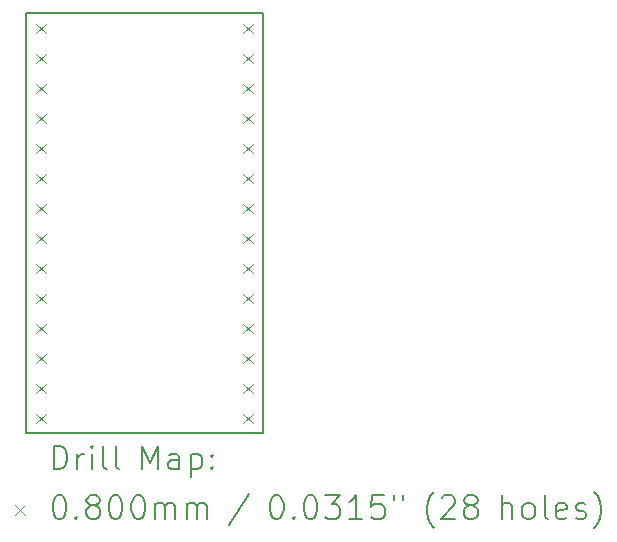
<source format=gbr>
%TF.GenerationSoftware,KiCad,Pcbnew,(7.0.0)*%
%TF.CreationDate,2023-07-16T15:37:21-04:00*%
%TF.ProjectId,luminator,6c756d69-6e61-4746-9f72-2e6b69636164,rev?*%
%TF.SameCoordinates,Original*%
%TF.FileFunction,Drillmap*%
%TF.FilePolarity,Positive*%
%FSLAX45Y45*%
G04 Gerber Fmt 4.5, Leading zero omitted, Abs format (unit mm)*
G04 Created by KiCad (PCBNEW (7.0.0)) date 2023-07-16 15:37:21*
%MOMM*%
%LPD*%
G01*
G04 APERTURE LIST*
%ADD10C,0.200000*%
%ADD11C,0.080000*%
G04 APERTURE END LIST*
D10*
X10515600Y-5461000D02*
X12522200Y-5461000D01*
X12522200Y-5461000D02*
X12522200Y-9017000D01*
X12522200Y-9017000D02*
X10515600Y-9017000D01*
X10515600Y-9017000D02*
X10515600Y-5461000D01*
D11*
X10602600Y-5548000D02*
X10682600Y-5628000D01*
X10682600Y-5548000D02*
X10602600Y-5628000D01*
X10602600Y-5802000D02*
X10682600Y-5882000D01*
X10682600Y-5802000D02*
X10602600Y-5882000D01*
X10602600Y-6056000D02*
X10682600Y-6136000D01*
X10682600Y-6056000D02*
X10602600Y-6136000D01*
X10602600Y-6310000D02*
X10682600Y-6390000D01*
X10682600Y-6310000D02*
X10602600Y-6390000D01*
X10602600Y-6564000D02*
X10682600Y-6644000D01*
X10682600Y-6564000D02*
X10602600Y-6644000D01*
X10602600Y-6818000D02*
X10682600Y-6898000D01*
X10682600Y-6818000D02*
X10602600Y-6898000D01*
X10602600Y-7072000D02*
X10682600Y-7152000D01*
X10682600Y-7072000D02*
X10602600Y-7152000D01*
X10602600Y-7326000D02*
X10682600Y-7406000D01*
X10682600Y-7326000D02*
X10602600Y-7406000D01*
X10602600Y-7580000D02*
X10682600Y-7660000D01*
X10682600Y-7580000D02*
X10602600Y-7660000D01*
X10602600Y-7834000D02*
X10682600Y-7914000D01*
X10682600Y-7834000D02*
X10602600Y-7914000D01*
X10602600Y-8088000D02*
X10682600Y-8168000D01*
X10682600Y-8088000D02*
X10602600Y-8168000D01*
X10602600Y-8342000D02*
X10682600Y-8422000D01*
X10682600Y-8342000D02*
X10602600Y-8422000D01*
X10602600Y-8596000D02*
X10682600Y-8676000D01*
X10682600Y-8596000D02*
X10602600Y-8676000D01*
X10602600Y-8850000D02*
X10682600Y-8930000D01*
X10682600Y-8850000D02*
X10602600Y-8930000D01*
X12355200Y-5548000D02*
X12435200Y-5628000D01*
X12435200Y-5548000D02*
X12355200Y-5628000D01*
X12355200Y-5802000D02*
X12435200Y-5882000D01*
X12435200Y-5802000D02*
X12355200Y-5882000D01*
X12355200Y-6056000D02*
X12435200Y-6136000D01*
X12435200Y-6056000D02*
X12355200Y-6136000D01*
X12355200Y-6310000D02*
X12435200Y-6390000D01*
X12435200Y-6310000D02*
X12355200Y-6390000D01*
X12355200Y-6564000D02*
X12435200Y-6644000D01*
X12435200Y-6564000D02*
X12355200Y-6644000D01*
X12355200Y-6818000D02*
X12435200Y-6898000D01*
X12435200Y-6818000D02*
X12355200Y-6898000D01*
X12355200Y-7072000D02*
X12435200Y-7152000D01*
X12435200Y-7072000D02*
X12355200Y-7152000D01*
X12355200Y-7326000D02*
X12435200Y-7406000D01*
X12435200Y-7326000D02*
X12355200Y-7406000D01*
X12355200Y-7580000D02*
X12435200Y-7660000D01*
X12435200Y-7580000D02*
X12355200Y-7660000D01*
X12355200Y-7834000D02*
X12435200Y-7914000D01*
X12435200Y-7834000D02*
X12355200Y-7914000D01*
X12355200Y-8088000D02*
X12435200Y-8168000D01*
X12435200Y-8088000D02*
X12355200Y-8168000D01*
X12355200Y-8342000D02*
X12435200Y-8422000D01*
X12435200Y-8342000D02*
X12355200Y-8422000D01*
X12355200Y-8596000D02*
X12435200Y-8676000D01*
X12435200Y-8596000D02*
X12355200Y-8676000D01*
X12355200Y-8850000D02*
X12435200Y-8930000D01*
X12435200Y-8850000D02*
X12355200Y-8930000D01*
D10*
X10753219Y-9320476D02*
X10753219Y-9120476D01*
X10753219Y-9120476D02*
X10800838Y-9120476D01*
X10800838Y-9120476D02*
X10829410Y-9130000D01*
X10829410Y-9130000D02*
X10848457Y-9149048D01*
X10848457Y-9149048D02*
X10857981Y-9168095D01*
X10857981Y-9168095D02*
X10867505Y-9206190D01*
X10867505Y-9206190D02*
X10867505Y-9234762D01*
X10867505Y-9234762D02*
X10857981Y-9272857D01*
X10857981Y-9272857D02*
X10848457Y-9291905D01*
X10848457Y-9291905D02*
X10829410Y-9310952D01*
X10829410Y-9310952D02*
X10800838Y-9320476D01*
X10800838Y-9320476D02*
X10753219Y-9320476D01*
X10953219Y-9320476D02*
X10953219Y-9187143D01*
X10953219Y-9225238D02*
X10962743Y-9206190D01*
X10962743Y-9206190D02*
X10972267Y-9196667D01*
X10972267Y-9196667D02*
X10991314Y-9187143D01*
X10991314Y-9187143D02*
X11010362Y-9187143D01*
X11077029Y-9320476D02*
X11077029Y-9187143D01*
X11077029Y-9120476D02*
X11067505Y-9130000D01*
X11067505Y-9130000D02*
X11077029Y-9139524D01*
X11077029Y-9139524D02*
X11086552Y-9130000D01*
X11086552Y-9130000D02*
X11077029Y-9120476D01*
X11077029Y-9120476D02*
X11077029Y-9139524D01*
X11200838Y-9320476D02*
X11181790Y-9310952D01*
X11181790Y-9310952D02*
X11172267Y-9291905D01*
X11172267Y-9291905D02*
X11172267Y-9120476D01*
X11305600Y-9320476D02*
X11286552Y-9310952D01*
X11286552Y-9310952D02*
X11277028Y-9291905D01*
X11277028Y-9291905D02*
X11277028Y-9120476D01*
X11501790Y-9320476D02*
X11501790Y-9120476D01*
X11501790Y-9120476D02*
X11568457Y-9263333D01*
X11568457Y-9263333D02*
X11635124Y-9120476D01*
X11635124Y-9120476D02*
X11635124Y-9320476D01*
X11816076Y-9320476D02*
X11816076Y-9215714D01*
X11816076Y-9215714D02*
X11806552Y-9196667D01*
X11806552Y-9196667D02*
X11787505Y-9187143D01*
X11787505Y-9187143D02*
X11749409Y-9187143D01*
X11749409Y-9187143D02*
X11730362Y-9196667D01*
X11816076Y-9310952D02*
X11797028Y-9320476D01*
X11797028Y-9320476D02*
X11749409Y-9320476D01*
X11749409Y-9320476D02*
X11730362Y-9310952D01*
X11730362Y-9310952D02*
X11720838Y-9291905D01*
X11720838Y-9291905D02*
X11720838Y-9272857D01*
X11720838Y-9272857D02*
X11730362Y-9253810D01*
X11730362Y-9253810D02*
X11749409Y-9244286D01*
X11749409Y-9244286D02*
X11797028Y-9244286D01*
X11797028Y-9244286D02*
X11816076Y-9234762D01*
X11911314Y-9187143D02*
X11911314Y-9387143D01*
X11911314Y-9196667D02*
X11930362Y-9187143D01*
X11930362Y-9187143D02*
X11968457Y-9187143D01*
X11968457Y-9187143D02*
X11987505Y-9196667D01*
X11987505Y-9196667D02*
X11997028Y-9206190D01*
X11997028Y-9206190D02*
X12006552Y-9225238D01*
X12006552Y-9225238D02*
X12006552Y-9282381D01*
X12006552Y-9282381D02*
X11997028Y-9301429D01*
X11997028Y-9301429D02*
X11987505Y-9310952D01*
X11987505Y-9310952D02*
X11968457Y-9320476D01*
X11968457Y-9320476D02*
X11930362Y-9320476D01*
X11930362Y-9320476D02*
X11911314Y-9310952D01*
X12092267Y-9301429D02*
X12101790Y-9310952D01*
X12101790Y-9310952D02*
X12092267Y-9320476D01*
X12092267Y-9320476D02*
X12082743Y-9310952D01*
X12082743Y-9310952D02*
X12092267Y-9301429D01*
X12092267Y-9301429D02*
X12092267Y-9320476D01*
X12092267Y-9196667D02*
X12101790Y-9206190D01*
X12101790Y-9206190D02*
X12092267Y-9215714D01*
X12092267Y-9215714D02*
X12082743Y-9206190D01*
X12082743Y-9206190D02*
X12092267Y-9196667D01*
X12092267Y-9196667D02*
X12092267Y-9215714D01*
D11*
X10425600Y-9627000D02*
X10505600Y-9707000D01*
X10505600Y-9627000D02*
X10425600Y-9707000D01*
D10*
X10791314Y-9540476D02*
X10810362Y-9540476D01*
X10810362Y-9540476D02*
X10829410Y-9550000D01*
X10829410Y-9550000D02*
X10838933Y-9559524D01*
X10838933Y-9559524D02*
X10848457Y-9578571D01*
X10848457Y-9578571D02*
X10857981Y-9616667D01*
X10857981Y-9616667D02*
X10857981Y-9664286D01*
X10857981Y-9664286D02*
X10848457Y-9702381D01*
X10848457Y-9702381D02*
X10838933Y-9721429D01*
X10838933Y-9721429D02*
X10829410Y-9730952D01*
X10829410Y-9730952D02*
X10810362Y-9740476D01*
X10810362Y-9740476D02*
X10791314Y-9740476D01*
X10791314Y-9740476D02*
X10772267Y-9730952D01*
X10772267Y-9730952D02*
X10762743Y-9721429D01*
X10762743Y-9721429D02*
X10753219Y-9702381D01*
X10753219Y-9702381D02*
X10743695Y-9664286D01*
X10743695Y-9664286D02*
X10743695Y-9616667D01*
X10743695Y-9616667D02*
X10753219Y-9578571D01*
X10753219Y-9578571D02*
X10762743Y-9559524D01*
X10762743Y-9559524D02*
X10772267Y-9550000D01*
X10772267Y-9550000D02*
X10791314Y-9540476D01*
X10943695Y-9721429D02*
X10953219Y-9730952D01*
X10953219Y-9730952D02*
X10943695Y-9740476D01*
X10943695Y-9740476D02*
X10934171Y-9730952D01*
X10934171Y-9730952D02*
X10943695Y-9721429D01*
X10943695Y-9721429D02*
X10943695Y-9740476D01*
X11067505Y-9626190D02*
X11048457Y-9616667D01*
X11048457Y-9616667D02*
X11038933Y-9607143D01*
X11038933Y-9607143D02*
X11029410Y-9588095D01*
X11029410Y-9588095D02*
X11029410Y-9578571D01*
X11029410Y-9578571D02*
X11038933Y-9559524D01*
X11038933Y-9559524D02*
X11048457Y-9550000D01*
X11048457Y-9550000D02*
X11067505Y-9540476D01*
X11067505Y-9540476D02*
X11105600Y-9540476D01*
X11105600Y-9540476D02*
X11124648Y-9550000D01*
X11124648Y-9550000D02*
X11134171Y-9559524D01*
X11134171Y-9559524D02*
X11143695Y-9578571D01*
X11143695Y-9578571D02*
X11143695Y-9588095D01*
X11143695Y-9588095D02*
X11134171Y-9607143D01*
X11134171Y-9607143D02*
X11124648Y-9616667D01*
X11124648Y-9616667D02*
X11105600Y-9626190D01*
X11105600Y-9626190D02*
X11067505Y-9626190D01*
X11067505Y-9626190D02*
X11048457Y-9635714D01*
X11048457Y-9635714D02*
X11038933Y-9645238D01*
X11038933Y-9645238D02*
X11029410Y-9664286D01*
X11029410Y-9664286D02*
X11029410Y-9702381D01*
X11029410Y-9702381D02*
X11038933Y-9721429D01*
X11038933Y-9721429D02*
X11048457Y-9730952D01*
X11048457Y-9730952D02*
X11067505Y-9740476D01*
X11067505Y-9740476D02*
X11105600Y-9740476D01*
X11105600Y-9740476D02*
X11124648Y-9730952D01*
X11124648Y-9730952D02*
X11134171Y-9721429D01*
X11134171Y-9721429D02*
X11143695Y-9702381D01*
X11143695Y-9702381D02*
X11143695Y-9664286D01*
X11143695Y-9664286D02*
X11134171Y-9645238D01*
X11134171Y-9645238D02*
X11124648Y-9635714D01*
X11124648Y-9635714D02*
X11105600Y-9626190D01*
X11267505Y-9540476D02*
X11286552Y-9540476D01*
X11286552Y-9540476D02*
X11305600Y-9550000D01*
X11305600Y-9550000D02*
X11315124Y-9559524D01*
X11315124Y-9559524D02*
X11324648Y-9578571D01*
X11324648Y-9578571D02*
X11334171Y-9616667D01*
X11334171Y-9616667D02*
X11334171Y-9664286D01*
X11334171Y-9664286D02*
X11324648Y-9702381D01*
X11324648Y-9702381D02*
X11315124Y-9721429D01*
X11315124Y-9721429D02*
X11305600Y-9730952D01*
X11305600Y-9730952D02*
X11286552Y-9740476D01*
X11286552Y-9740476D02*
X11267505Y-9740476D01*
X11267505Y-9740476D02*
X11248457Y-9730952D01*
X11248457Y-9730952D02*
X11238933Y-9721429D01*
X11238933Y-9721429D02*
X11229409Y-9702381D01*
X11229409Y-9702381D02*
X11219886Y-9664286D01*
X11219886Y-9664286D02*
X11219886Y-9616667D01*
X11219886Y-9616667D02*
X11229409Y-9578571D01*
X11229409Y-9578571D02*
X11238933Y-9559524D01*
X11238933Y-9559524D02*
X11248457Y-9550000D01*
X11248457Y-9550000D02*
X11267505Y-9540476D01*
X11457981Y-9540476D02*
X11477029Y-9540476D01*
X11477029Y-9540476D02*
X11496076Y-9550000D01*
X11496076Y-9550000D02*
X11505600Y-9559524D01*
X11505600Y-9559524D02*
X11515124Y-9578571D01*
X11515124Y-9578571D02*
X11524648Y-9616667D01*
X11524648Y-9616667D02*
X11524648Y-9664286D01*
X11524648Y-9664286D02*
X11515124Y-9702381D01*
X11515124Y-9702381D02*
X11505600Y-9721429D01*
X11505600Y-9721429D02*
X11496076Y-9730952D01*
X11496076Y-9730952D02*
X11477029Y-9740476D01*
X11477029Y-9740476D02*
X11457981Y-9740476D01*
X11457981Y-9740476D02*
X11438933Y-9730952D01*
X11438933Y-9730952D02*
X11429409Y-9721429D01*
X11429409Y-9721429D02*
X11419886Y-9702381D01*
X11419886Y-9702381D02*
X11410362Y-9664286D01*
X11410362Y-9664286D02*
X11410362Y-9616667D01*
X11410362Y-9616667D02*
X11419886Y-9578571D01*
X11419886Y-9578571D02*
X11429409Y-9559524D01*
X11429409Y-9559524D02*
X11438933Y-9550000D01*
X11438933Y-9550000D02*
X11457981Y-9540476D01*
X11610362Y-9740476D02*
X11610362Y-9607143D01*
X11610362Y-9626190D02*
X11619886Y-9616667D01*
X11619886Y-9616667D02*
X11638933Y-9607143D01*
X11638933Y-9607143D02*
X11667505Y-9607143D01*
X11667505Y-9607143D02*
X11686552Y-9616667D01*
X11686552Y-9616667D02*
X11696076Y-9635714D01*
X11696076Y-9635714D02*
X11696076Y-9740476D01*
X11696076Y-9635714D02*
X11705600Y-9616667D01*
X11705600Y-9616667D02*
X11724648Y-9607143D01*
X11724648Y-9607143D02*
X11753219Y-9607143D01*
X11753219Y-9607143D02*
X11772267Y-9616667D01*
X11772267Y-9616667D02*
X11781790Y-9635714D01*
X11781790Y-9635714D02*
X11781790Y-9740476D01*
X11877029Y-9740476D02*
X11877029Y-9607143D01*
X11877029Y-9626190D02*
X11886552Y-9616667D01*
X11886552Y-9616667D02*
X11905600Y-9607143D01*
X11905600Y-9607143D02*
X11934171Y-9607143D01*
X11934171Y-9607143D02*
X11953219Y-9616667D01*
X11953219Y-9616667D02*
X11962743Y-9635714D01*
X11962743Y-9635714D02*
X11962743Y-9740476D01*
X11962743Y-9635714D02*
X11972267Y-9616667D01*
X11972267Y-9616667D02*
X11991314Y-9607143D01*
X11991314Y-9607143D02*
X12019886Y-9607143D01*
X12019886Y-9607143D02*
X12038933Y-9616667D01*
X12038933Y-9616667D02*
X12048457Y-9635714D01*
X12048457Y-9635714D02*
X12048457Y-9740476D01*
X12406552Y-9530952D02*
X12235124Y-9788095D01*
X12631314Y-9540476D02*
X12650362Y-9540476D01*
X12650362Y-9540476D02*
X12669410Y-9550000D01*
X12669410Y-9550000D02*
X12678933Y-9559524D01*
X12678933Y-9559524D02*
X12688457Y-9578571D01*
X12688457Y-9578571D02*
X12697981Y-9616667D01*
X12697981Y-9616667D02*
X12697981Y-9664286D01*
X12697981Y-9664286D02*
X12688457Y-9702381D01*
X12688457Y-9702381D02*
X12678933Y-9721429D01*
X12678933Y-9721429D02*
X12669410Y-9730952D01*
X12669410Y-9730952D02*
X12650362Y-9740476D01*
X12650362Y-9740476D02*
X12631314Y-9740476D01*
X12631314Y-9740476D02*
X12612267Y-9730952D01*
X12612267Y-9730952D02*
X12602743Y-9721429D01*
X12602743Y-9721429D02*
X12593219Y-9702381D01*
X12593219Y-9702381D02*
X12583695Y-9664286D01*
X12583695Y-9664286D02*
X12583695Y-9616667D01*
X12583695Y-9616667D02*
X12593219Y-9578571D01*
X12593219Y-9578571D02*
X12602743Y-9559524D01*
X12602743Y-9559524D02*
X12612267Y-9550000D01*
X12612267Y-9550000D02*
X12631314Y-9540476D01*
X12783695Y-9721429D02*
X12793219Y-9730952D01*
X12793219Y-9730952D02*
X12783695Y-9740476D01*
X12783695Y-9740476D02*
X12774171Y-9730952D01*
X12774171Y-9730952D02*
X12783695Y-9721429D01*
X12783695Y-9721429D02*
X12783695Y-9740476D01*
X12917029Y-9540476D02*
X12936076Y-9540476D01*
X12936076Y-9540476D02*
X12955124Y-9550000D01*
X12955124Y-9550000D02*
X12964648Y-9559524D01*
X12964648Y-9559524D02*
X12974171Y-9578571D01*
X12974171Y-9578571D02*
X12983695Y-9616667D01*
X12983695Y-9616667D02*
X12983695Y-9664286D01*
X12983695Y-9664286D02*
X12974171Y-9702381D01*
X12974171Y-9702381D02*
X12964648Y-9721429D01*
X12964648Y-9721429D02*
X12955124Y-9730952D01*
X12955124Y-9730952D02*
X12936076Y-9740476D01*
X12936076Y-9740476D02*
X12917029Y-9740476D01*
X12917029Y-9740476D02*
X12897981Y-9730952D01*
X12897981Y-9730952D02*
X12888457Y-9721429D01*
X12888457Y-9721429D02*
X12878933Y-9702381D01*
X12878933Y-9702381D02*
X12869410Y-9664286D01*
X12869410Y-9664286D02*
X12869410Y-9616667D01*
X12869410Y-9616667D02*
X12878933Y-9578571D01*
X12878933Y-9578571D02*
X12888457Y-9559524D01*
X12888457Y-9559524D02*
X12897981Y-9550000D01*
X12897981Y-9550000D02*
X12917029Y-9540476D01*
X13050362Y-9540476D02*
X13174171Y-9540476D01*
X13174171Y-9540476D02*
X13107505Y-9616667D01*
X13107505Y-9616667D02*
X13136076Y-9616667D01*
X13136076Y-9616667D02*
X13155124Y-9626190D01*
X13155124Y-9626190D02*
X13164648Y-9635714D01*
X13164648Y-9635714D02*
X13174171Y-9654762D01*
X13174171Y-9654762D02*
X13174171Y-9702381D01*
X13174171Y-9702381D02*
X13164648Y-9721429D01*
X13164648Y-9721429D02*
X13155124Y-9730952D01*
X13155124Y-9730952D02*
X13136076Y-9740476D01*
X13136076Y-9740476D02*
X13078933Y-9740476D01*
X13078933Y-9740476D02*
X13059886Y-9730952D01*
X13059886Y-9730952D02*
X13050362Y-9721429D01*
X13364648Y-9740476D02*
X13250362Y-9740476D01*
X13307505Y-9740476D02*
X13307505Y-9540476D01*
X13307505Y-9540476D02*
X13288457Y-9569048D01*
X13288457Y-9569048D02*
X13269410Y-9588095D01*
X13269410Y-9588095D02*
X13250362Y-9597619D01*
X13545600Y-9540476D02*
X13450362Y-9540476D01*
X13450362Y-9540476D02*
X13440838Y-9635714D01*
X13440838Y-9635714D02*
X13450362Y-9626190D01*
X13450362Y-9626190D02*
X13469410Y-9616667D01*
X13469410Y-9616667D02*
X13517029Y-9616667D01*
X13517029Y-9616667D02*
X13536076Y-9626190D01*
X13536076Y-9626190D02*
X13545600Y-9635714D01*
X13545600Y-9635714D02*
X13555124Y-9654762D01*
X13555124Y-9654762D02*
X13555124Y-9702381D01*
X13555124Y-9702381D02*
X13545600Y-9721429D01*
X13545600Y-9721429D02*
X13536076Y-9730952D01*
X13536076Y-9730952D02*
X13517029Y-9740476D01*
X13517029Y-9740476D02*
X13469410Y-9740476D01*
X13469410Y-9740476D02*
X13450362Y-9730952D01*
X13450362Y-9730952D02*
X13440838Y-9721429D01*
X13631314Y-9540476D02*
X13631314Y-9578571D01*
X13707505Y-9540476D02*
X13707505Y-9578571D01*
X13970362Y-9816667D02*
X13960838Y-9807143D01*
X13960838Y-9807143D02*
X13941791Y-9778571D01*
X13941791Y-9778571D02*
X13932267Y-9759524D01*
X13932267Y-9759524D02*
X13922743Y-9730952D01*
X13922743Y-9730952D02*
X13913219Y-9683333D01*
X13913219Y-9683333D02*
X13913219Y-9645238D01*
X13913219Y-9645238D02*
X13922743Y-9597619D01*
X13922743Y-9597619D02*
X13932267Y-9569048D01*
X13932267Y-9569048D02*
X13941791Y-9550000D01*
X13941791Y-9550000D02*
X13960838Y-9521429D01*
X13960838Y-9521429D02*
X13970362Y-9511905D01*
X14037029Y-9559524D02*
X14046552Y-9550000D01*
X14046552Y-9550000D02*
X14065600Y-9540476D01*
X14065600Y-9540476D02*
X14113219Y-9540476D01*
X14113219Y-9540476D02*
X14132267Y-9550000D01*
X14132267Y-9550000D02*
X14141791Y-9559524D01*
X14141791Y-9559524D02*
X14151314Y-9578571D01*
X14151314Y-9578571D02*
X14151314Y-9597619D01*
X14151314Y-9597619D02*
X14141791Y-9626190D01*
X14141791Y-9626190D02*
X14027505Y-9740476D01*
X14027505Y-9740476D02*
X14151314Y-9740476D01*
X14265600Y-9626190D02*
X14246552Y-9616667D01*
X14246552Y-9616667D02*
X14237029Y-9607143D01*
X14237029Y-9607143D02*
X14227505Y-9588095D01*
X14227505Y-9588095D02*
X14227505Y-9578571D01*
X14227505Y-9578571D02*
X14237029Y-9559524D01*
X14237029Y-9559524D02*
X14246552Y-9550000D01*
X14246552Y-9550000D02*
X14265600Y-9540476D01*
X14265600Y-9540476D02*
X14303695Y-9540476D01*
X14303695Y-9540476D02*
X14322743Y-9550000D01*
X14322743Y-9550000D02*
X14332267Y-9559524D01*
X14332267Y-9559524D02*
X14341791Y-9578571D01*
X14341791Y-9578571D02*
X14341791Y-9588095D01*
X14341791Y-9588095D02*
X14332267Y-9607143D01*
X14332267Y-9607143D02*
X14322743Y-9616667D01*
X14322743Y-9616667D02*
X14303695Y-9626190D01*
X14303695Y-9626190D02*
X14265600Y-9626190D01*
X14265600Y-9626190D02*
X14246552Y-9635714D01*
X14246552Y-9635714D02*
X14237029Y-9645238D01*
X14237029Y-9645238D02*
X14227505Y-9664286D01*
X14227505Y-9664286D02*
X14227505Y-9702381D01*
X14227505Y-9702381D02*
X14237029Y-9721429D01*
X14237029Y-9721429D02*
X14246552Y-9730952D01*
X14246552Y-9730952D02*
X14265600Y-9740476D01*
X14265600Y-9740476D02*
X14303695Y-9740476D01*
X14303695Y-9740476D02*
X14322743Y-9730952D01*
X14322743Y-9730952D02*
X14332267Y-9721429D01*
X14332267Y-9721429D02*
X14341791Y-9702381D01*
X14341791Y-9702381D02*
X14341791Y-9664286D01*
X14341791Y-9664286D02*
X14332267Y-9645238D01*
X14332267Y-9645238D02*
X14322743Y-9635714D01*
X14322743Y-9635714D02*
X14303695Y-9626190D01*
X14547505Y-9740476D02*
X14547505Y-9540476D01*
X14633219Y-9740476D02*
X14633219Y-9635714D01*
X14633219Y-9635714D02*
X14623695Y-9616667D01*
X14623695Y-9616667D02*
X14604648Y-9607143D01*
X14604648Y-9607143D02*
X14576076Y-9607143D01*
X14576076Y-9607143D02*
X14557029Y-9616667D01*
X14557029Y-9616667D02*
X14547505Y-9626190D01*
X14757029Y-9740476D02*
X14737981Y-9730952D01*
X14737981Y-9730952D02*
X14728457Y-9721429D01*
X14728457Y-9721429D02*
X14718933Y-9702381D01*
X14718933Y-9702381D02*
X14718933Y-9645238D01*
X14718933Y-9645238D02*
X14728457Y-9626190D01*
X14728457Y-9626190D02*
X14737981Y-9616667D01*
X14737981Y-9616667D02*
X14757029Y-9607143D01*
X14757029Y-9607143D02*
X14785600Y-9607143D01*
X14785600Y-9607143D02*
X14804648Y-9616667D01*
X14804648Y-9616667D02*
X14814172Y-9626190D01*
X14814172Y-9626190D02*
X14823695Y-9645238D01*
X14823695Y-9645238D02*
X14823695Y-9702381D01*
X14823695Y-9702381D02*
X14814172Y-9721429D01*
X14814172Y-9721429D02*
X14804648Y-9730952D01*
X14804648Y-9730952D02*
X14785600Y-9740476D01*
X14785600Y-9740476D02*
X14757029Y-9740476D01*
X14937981Y-9740476D02*
X14918933Y-9730952D01*
X14918933Y-9730952D02*
X14909410Y-9711905D01*
X14909410Y-9711905D02*
X14909410Y-9540476D01*
X15090362Y-9730952D02*
X15071314Y-9740476D01*
X15071314Y-9740476D02*
X15033219Y-9740476D01*
X15033219Y-9740476D02*
X15014172Y-9730952D01*
X15014172Y-9730952D02*
X15004648Y-9711905D01*
X15004648Y-9711905D02*
X15004648Y-9635714D01*
X15004648Y-9635714D02*
X15014172Y-9616667D01*
X15014172Y-9616667D02*
X15033219Y-9607143D01*
X15033219Y-9607143D02*
X15071314Y-9607143D01*
X15071314Y-9607143D02*
X15090362Y-9616667D01*
X15090362Y-9616667D02*
X15099886Y-9635714D01*
X15099886Y-9635714D02*
X15099886Y-9654762D01*
X15099886Y-9654762D02*
X15004648Y-9673810D01*
X15176076Y-9730952D02*
X15195124Y-9740476D01*
X15195124Y-9740476D02*
X15233219Y-9740476D01*
X15233219Y-9740476D02*
X15252267Y-9730952D01*
X15252267Y-9730952D02*
X15261791Y-9711905D01*
X15261791Y-9711905D02*
X15261791Y-9702381D01*
X15261791Y-9702381D02*
X15252267Y-9683333D01*
X15252267Y-9683333D02*
X15233219Y-9673810D01*
X15233219Y-9673810D02*
X15204648Y-9673810D01*
X15204648Y-9673810D02*
X15185600Y-9664286D01*
X15185600Y-9664286D02*
X15176076Y-9645238D01*
X15176076Y-9645238D02*
X15176076Y-9635714D01*
X15176076Y-9635714D02*
X15185600Y-9616667D01*
X15185600Y-9616667D02*
X15204648Y-9607143D01*
X15204648Y-9607143D02*
X15233219Y-9607143D01*
X15233219Y-9607143D02*
X15252267Y-9616667D01*
X15328457Y-9816667D02*
X15337981Y-9807143D01*
X15337981Y-9807143D02*
X15357029Y-9778571D01*
X15357029Y-9778571D02*
X15366553Y-9759524D01*
X15366553Y-9759524D02*
X15376076Y-9730952D01*
X15376076Y-9730952D02*
X15385600Y-9683333D01*
X15385600Y-9683333D02*
X15385600Y-9645238D01*
X15385600Y-9645238D02*
X15376076Y-9597619D01*
X15376076Y-9597619D02*
X15366553Y-9569048D01*
X15366553Y-9569048D02*
X15357029Y-9550000D01*
X15357029Y-9550000D02*
X15337981Y-9521429D01*
X15337981Y-9521429D02*
X15328457Y-9511905D01*
M02*

</source>
